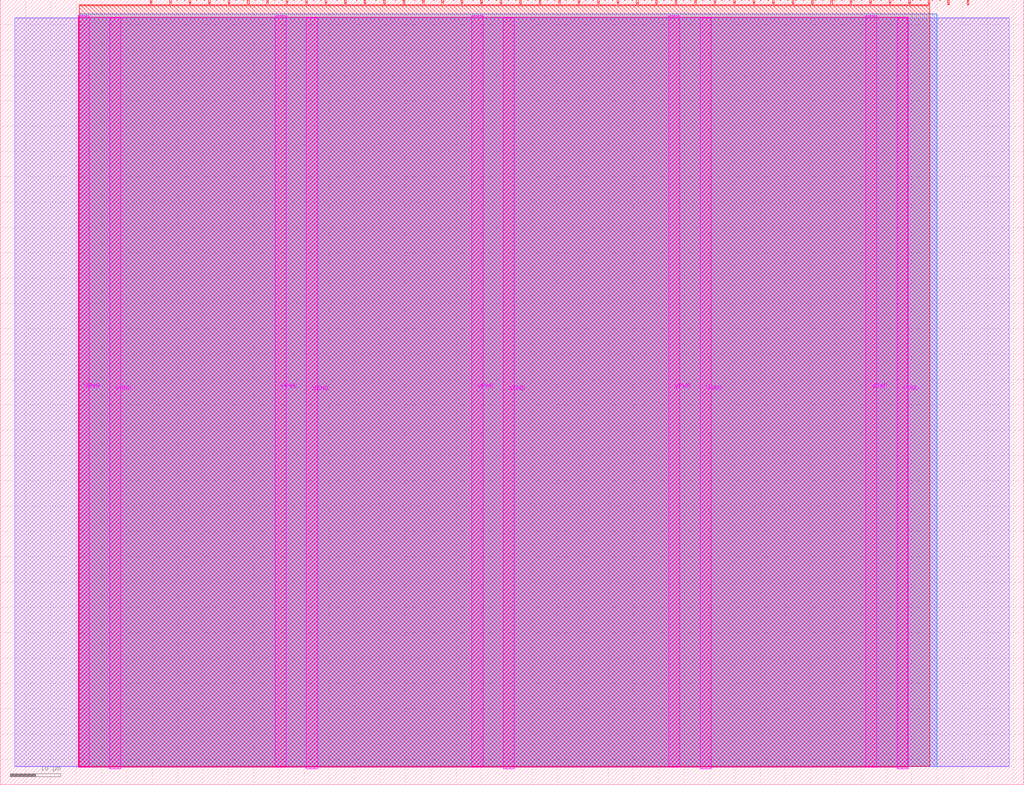
<source format=lef>
VERSION 5.7 ;
  NOWIREEXTENSIONATPIN ON ;
  DIVIDERCHAR "/" ;
  BUSBITCHARS "[]" ;
MACRO tt_um_wokwi_455303630841715713
  CLASS BLOCK ;
  FOREIGN tt_um_wokwi_455303630841715713 ;
  ORIGIN 0.000 0.000 ;
  SIZE 202.080 BY 154.980 ;
  PIN VGND
    DIRECTION INOUT ;
    USE GROUND ;
    PORT
      LAYER TopMetal1 ;
        RECT 21.580 3.150 23.780 151.420 ;
    END
    PORT
      LAYER TopMetal1 ;
        RECT 60.450 3.150 62.650 151.420 ;
    END
    PORT
      LAYER TopMetal1 ;
        RECT 99.320 3.150 101.520 151.420 ;
    END
    PORT
      LAYER TopMetal1 ;
        RECT 138.190 3.150 140.390 151.420 ;
    END
    PORT
      LAYER TopMetal1 ;
        RECT 177.060 3.150 179.260 151.420 ;
    END
  END VGND
  PIN VPWR
    DIRECTION INOUT ;
    USE POWER ;
    PORT
      LAYER TopMetal1 ;
        RECT 15.380 3.560 17.580 151.830 ;
    END
    PORT
      LAYER TopMetal1 ;
        RECT 54.250 3.560 56.450 151.830 ;
    END
    PORT
      LAYER TopMetal1 ;
        RECT 93.120 3.560 95.320 151.830 ;
    END
    PORT
      LAYER TopMetal1 ;
        RECT 131.990 3.560 134.190 151.830 ;
    END
    PORT
      LAYER TopMetal1 ;
        RECT 170.860 3.560 173.060 151.830 ;
    END
  END VPWR
  PIN clk
    DIRECTION INPUT ;
    USE SIGNAL ;
    PORT
      LAYER Metal4 ;
        RECT 187.050 153.980 187.350 154.980 ;
    END
  END clk
  PIN ena
    DIRECTION INPUT ;
    USE SIGNAL ;
    PORT
      LAYER Metal4 ;
        RECT 190.890 153.980 191.190 154.980 ;
    END
  END ena
  PIN rst_n
    DIRECTION INPUT ;
    USE SIGNAL ;
    ANTENNAGATEAREA 0.180700 ;
    PORT
      LAYER Metal4 ;
        RECT 183.210 153.980 183.510 154.980 ;
    END
  END rst_n
  PIN ui_in[0]
    DIRECTION INPUT ;
    USE SIGNAL ;
    PORT
      LAYER Metal4 ;
        RECT 179.370 153.980 179.670 154.980 ;
    END
  END ui_in[0]
  PIN ui_in[1]
    DIRECTION INPUT ;
    USE SIGNAL ;
    PORT
      LAYER Metal4 ;
        RECT 175.530 153.980 175.830 154.980 ;
    END
  END ui_in[1]
  PIN ui_in[2]
    DIRECTION INPUT ;
    USE SIGNAL ;
    ANTENNAGATEAREA 0.180700 ;
    PORT
      LAYER Metal4 ;
        RECT 171.690 153.980 171.990 154.980 ;
    END
  END ui_in[2]
  PIN ui_in[3]
    DIRECTION INPUT ;
    USE SIGNAL ;
    PORT
      LAYER Metal4 ;
        RECT 167.850 153.980 168.150 154.980 ;
    END
  END ui_in[3]
  PIN ui_in[4]
    DIRECTION INPUT ;
    USE SIGNAL ;
    ANTENNAGATEAREA 0.180700 ;
    PORT
      LAYER Metal4 ;
        RECT 164.010 153.980 164.310 154.980 ;
    END
  END ui_in[4]
  PIN ui_in[5]
    DIRECTION INPUT ;
    USE SIGNAL ;
    ANTENNAGATEAREA 0.180700 ;
    PORT
      LAYER Metal4 ;
        RECT 160.170 153.980 160.470 154.980 ;
    END
  END ui_in[5]
  PIN ui_in[6]
    DIRECTION INPUT ;
    USE SIGNAL ;
    ANTENNAGATEAREA 0.180700 ;
    PORT
      LAYER Metal4 ;
        RECT 156.330 153.980 156.630 154.980 ;
    END
  END ui_in[6]
  PIN ui_in[7]
    DIRECTION INPUT ;
    USE SIGNAL ;
    ANTENNAGATEAREA 0.180700 ;
    PORT
      LAYER Metal4 ;
        RECT 152.490 153.980 152.790 154.980 ;
    END
  END ui_in[7]
  PIN uio_in[0]
    DIRECTION INPUT ;
    USE SIGNAL ;
    PORT
      LAYER Metal4 ;
        RECT 148.650 153.980 148.950 154.980 ;
    END
  END uio_in[0]
  PIN uio_in[1]
    DIRECTION INPUT ;
    USE SIGNAL ;
    PORT
      LAYER Metal4 ;
        RECT 144.810 153.980 145.110 154.980 ;
    END
  END uio_in[1]
  PIN uio_in[2]
    DIRECTION INPUT ;
    USE SIGNAL ;
    PORT
      LAYER Metal4 ;
        RECT 140.970 153.980 141.270 154.980 ;
    END
  END uio_in[2]
  PIN uio_in[3]
    DIRECTION INPUT ;
    USE SIGNAL ;
    PORT
      LAYER Metal4 ;
        RECT 137.130 153.980 137.430 154.980 ;
    END
  END uio_in[3]
  PIN uio_in[4]
    DIRECTION INPUT ;
    USE SIGNAL ;
    PORT
      LAYER Metal4 ;
        RECT 133.290 153.980 133.590 154.980 ;
    END
  END uio_in[4]
  PIN uio_in[5]
    DIRECTION INPUT ;
    USE SIGNAL ;
    PORT
      LAYER Metal4 ;
        RECT 129.450 153.980 129.750 154.980 ;
    END
  END uio_in[5]
  PIN uio_in[6]
    DIRECTION INPUT ;
    USE SIGNAL ;
    PORT
      LAYER Metal4 ;
        RECT 125.610 153.980 125.910 154.980 ;
    END
  END uio_in[6]
  PIN uio_in[7]
    DIRECTION INPUT ;
    USE SIGNAL ;
    PORT
      LAYER Metal4 ;
        RECT 121.770 153.980 122.070 154.980 ;
    END
  END uio_in[7]
  PIN uio_oe[0]
    DIRECTION OUTPUT ;
    USE SIGNAL ;
    ANTENNADIFFAREA 0.299200 ;
    PORT
      LAYER Metal4 ;
        RECT 56.490 153.980 56.790 154.980 ;
    END
  END uio_oe[0]
  PIN uio_oe[1]
    DIRECTION OUTPUT ;
    USE SIGNAL ;
    ANTENNADIFFAREA 0.299200 ;
    PORT
      LAYER Metal4 ;
        RECT 52.650 153.980 52.950 154.980 ;
    END
  END uio_oe[1]
  PIN uio_oe[2]
    DIRECTION OUTPUT ;
    USE SIGNAL ;
    ANTENNADIFFAREA 0.299200 ;
    PORT
      LAYER Metal4 ;
        RECT 48.810 153.980 49.110 154.980 ;
    END
  END uio_oe[2]
  PIN uio_oe[3]
    DIRECTION OUTPUT ;
    USE SIGNAL ;
    ANTENNADIFFAREA 0.299200 ;
    PORT
      LAYER Metal4 ;
        RECT 44.970 153.980 45.270 154.980 ;
    END
  END uio_oe[3]
  PIN uio_oe[4]
    DIRECTION OUTPUT ;
    USE SIGNAL ;
    ANTENNADIFFAREA 0.299200 ;
    PORT
      LAYER Metal4 ;
        RECT 41.130 153.980 41.430 154.980 ;
    END
  END uio_oe[4]
  PIN uio_oe[5]
    DIRECTION OUTPUT ;
    USE SIGNAL ;
    ANTENNADIFFAREA 0.299200 ;
    PORT
      LAYER Metal4 ;
        RECT 37.290 153.980 37.590 154.980 ;
    END
  END uio_oe[5]
  PIN uio_oe[6]
    DIRECTION OUTPUT ;
    USE SIGNAL ;
    ANTENNADIFFAREA 0.299200 ;
    PORT
      LAYER Metal4 ;
        RECT 33.450 153.980 33.750 154.980 ;
    END
  END uio_oe[6]
  PIN uio_oe[7]
    DIRECTION OUTPUT ;
    USE SIGNAL ;
    ANTENNADIFFAREA 0.299200 ;
    PORT
      LAYER Metal4 ;
        RECT 29.610 153.980 29.910 154.980 ;
    END
  END uio_oe[7]
  PIN uio_out[0]
    DIRECTION OUTPUT ;
    USE SIGNAL ;
    ANTENNADIFFAREA 0.299200 ;
    PORT
      LAYER Metal4 ;
        RECT 87.210 153.980 87.510 154.980 ;
    END
  END uio_out[0]
  PIN uio_out[1]
    DIRECTION OUTPUT ;
    USE SIGNAL ;
    ANTENNADIFFAREA 0.299200 ;
    PORT
      LAYER Metal4 ;
        RECT 83.370 153.980 83.670 154.980 ;
    END
  END uio_out[1]
  PIN uio_out[2]
    DIRECTION OUTPUT ;
    USE SIGNAL ;
    ANTENNADIFFAREA 0.299200 ;
    PORT
      LAYER Metal4 ;
        RECT 79.530 153.980 79.830 154.980 ;
    END
  END uio_out[2]
  PIN uio_out[3]
    DIRECTION OUTPUT ;
    USE SIGNAL ;
    ANTENNADIFFAREA 0.299200 ;
    PORT
      LAYER Metal4 ;
        RECT 75.690 153.980 75.990 154.980 ;
    END
  END uio_out[3]
  PIN uio_out[4]
    DIRECTION OUTPUT ;
    USE SIGNAL ;
    ANTENNADIFFAREA 0.299200 ;
    PORT
      LAYER Metal4 ;
        RECT 71.850 153.980 72.150 154.980 ;
    END
  END uio_out[4]
  PIN uio_out[5]
    DIRECTION OUTPUT ;
    USE SIGNAL ;
    ANTENNADIFFAREA 0.299200 ;
    PORT
      LAYER Metal4 ;
        RECT 68.010 153.980 68.310 154.980 ;
    END
  END uio_out[5]
  PIN uio_out[6]
    DIRECTION OUTPUT ;
    USE SIGNAL ;
    ANTENNADIFFAREA 0.299200 ;
    PORT
      LAYER Metal4 ;
        RECT 64.170 153.980 64.470 154.980 ;
    END
  END uio_out[6]
  PIN uio_out[7]
    DIRECTION OUTPUT ;
    USE SIGNAL ;
    ANTENNADIFFAREA 0.299200 ;
    PORT
      LAYER Metal4 ;
        RECT 60.330 153.980 60.630 154.980 ;
    END
  END uio_out[7]
  PIN uo_out[0]
    DIRECTION OUTPUT ;
    USE SIGNAL ;
    ANTENNADIFFAREA 0.708600 ;
    PORT
      LAYER Metal4 ;
        RECT 117.930 153.980 118.230 154.980 ;
    END
  END uo_out[0]
  PIN uo_out[1]
    DIRECTION OUTPUT ;
    USE SIGNAL ;
    ANTENNADIFFAREA 0.299200 ;
    PORT
      LAYER Metal4 ;
        RECT 114.090 153.980 114.390 154.980 ;
    END
  END uo_out[1]
  PIN uo_out[2]
    DIRECTION OUTPUT ;
    USE SIGNAL ;
    ANTENNADIFFAREA 0.708600 ;
    PORT
      LAYER Metal4 ;
        RECT 110.250 153.980 110.550 154.980 ;
    END
  END uo_out[2]
  PIN uo_out[3]
    DIRECTION OUTPUT ;
    USE SIGNAL ;
    ANTENNADIFFAREA 0.299200 ;
    PORT
      LAYER Metal4 ;
        RECT 106.410 153.980 106.710 154.980 ;
    END
  END uo_out[3]
  PIN uo_out[4]
    DIRECTION OUTPUT ;
    USE SIGNAL ;
    ANTENNADIFFAREA 0.708600 ;
    PORT
      LAYER Metal4 ;
        RECT 102.570 153.980 102.870 154.980 ;
    END
  END uo_out[4]
  PIN uo_out[5]
    DIRECTION OUTPUT ;
    USE SIGNAL ;
    ANTENNADIFFAREA 0.708600 ;
    PORT
      LAYER Metal4 ;
        RECT 98.730 153.980 99.030 154.980 ;
    END
  END uo_out[5]
  PIN uo_out[6]
    DIRECTION OUTPUT ;
    USE SIGNAL ;
    ANTENNADIFFAREA 0.708600 ;
    PORT
      LAYER Metal4 ;
        RECT 94.890 153.980 95.190 154.980 ;
    END
  END uo_out[6]
  PIN uo_out[7]
    DIRECTION OUTPUT ;
    USE SIGNAL ;
    ANTENNADIFFAREA 0.708600 ;
    PORT
      LAYER Metal4 ;
        RECT 91.050 153.980 91.350 154.980 ;
    END
  END uo_out[7]
  OBS
      LAYER GatPoly ;
        RECT 2.880 3.630 199.200 151.350 ;
      LAYER Metal1 ;
        RECT 2.880 3.560 199.200 151.420 ;
      LAYER Metal2 ;
        RECT 15.560 3.635 184.905 152.185 ;
      LAYER Metal3 ;
        RECT 15.515 3.680 184.945 152.145 ;
      LAYER Metal4 ;
        RECT 15.560 153.770 29.400 153.980 ;
        RECT 30.120 153.770 33.240 153.980 ;
        RECT 33.960 153.770 37.080 153.980 ;
        RECT 37.800 153.770 40.920 153.980 ;
        RECT 41.640 153.770 44.760 153.980 ;
        RECT 45.480 153.770 48.600 153.980 ;
        RECT 49.320 153.770 52.440 153.980 ;
        RECT 53.160 153.770 56.280 153.980 ;
        RECT 57.000 153.770 60.120 153.980 ;
        RECT 60.840 153.770 63.960 153.980 ;
        RECT 64.680 153.770 67.800 153.980 ;
        RECT 68.520 153.770 71.640 153.980 ;
        RECT 72.360 153.770 75.480 153.980 ;
        RECT 76.200 153.770 79.320 153.980 ;
        RECT 80.040 153.770 83.160 153.980 ;
        RECT 83.880 153.770 87.000 153.980 ;
        RECT 87.720 153.770 90.840 153.980 ;
        RECT 91.560 153.770 94.680 153.980 ;
        RECT 95.400 153.770 98.520 153.980 ;
        RECT 99.240 153.770 102.360 153.980 ;
        RECT 103.080 153.770 106.200 153.980 ;
        RECT 106.920 153.770 110.040 153.980 ;
        RECT 110.760 153.770 113.880 153.980 ;
        RECT 114.600 153.770 117.720 153.980 ;
        RECT 118.440 153.770 121.560 153.980 ;
        RECT 122.280 153.770 125.400 153.980 ;
        RECT 126.120 153.770 129.240 153.980 ;
        RECT 129.960 153.770 133.080 153.980 ;
        RECT 133.800 153.770 136.920 153.980 ;
        RECT 137.640 153.770 140.760 153.980 ;
        RECT 141.480 153.770 144.600 153.980 ;
        RECT 145.320 153.770 148.440 153.980 ;
        RECT 149.160 153.770 152.280 153.980 ;
        RECT 153.000 153.770 156.120 153.980 ;
        RECT 156.840 153.770 159.960 153.980 ;
        RECT 160.680 153.770 163.800 153.980 ;
        RECT 164.520 153.770 167.640 153.980 ;
        RECT 168.360 153.770 171.480 153.980 ;
        RECT 172.200 153.770 175.320 153.980 ;
        RECT 176.040 153.770 179.160 153.980 ;
        RECT 179.880 153.770 183.000 153.980 ;
        RECT 15.560 3.635 183.460 153.770 ;
      LAYER Metal5 ;
        RECT 15.515 3.470 179.125 151.510 ;
  END
END tt_um_wokwi_455303630841715713
END LIBRARY


</source>
